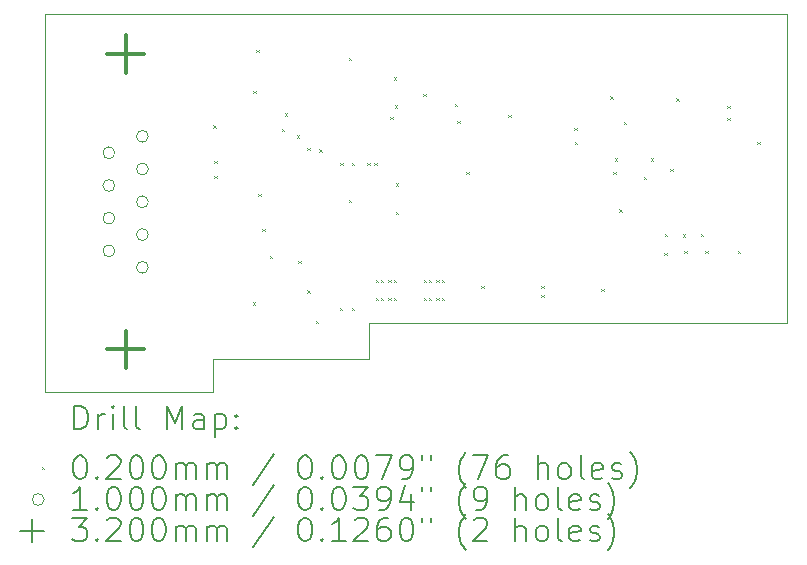
<source format=gbr>
%FSLAX45Y45*%
G04 Gerber Fmt 4.5, Leading zero omitted, Abs format (unit mm)*
G04 Created by KiCad (PCBNEW (6.0.4-0)) date 2022-03-21 10:13:04*
%MOMM*%
%LPD*%
G01*
G04 APERTURE LIST*
%TA.AperFunction,Profile*%
%ADD10C,0.100000*%
%TD*%
%ADD11C,0.200000*%
%ADD12C,0.020000*%
%ADD13C,0.100000*%
%ADD14C,0.320000*%
G04 APERTURE END LIST*
D10*
X3149600Y-7213600D02*
X4470400Y-7213600D01*
X4470400Y-7213600D02*
X4470400Y-6908800D01*
X3149600Y-7493000D02*
X1727200Y-7493000D01*
X1727200Y-7493000D02*
X1727200Y-4292600D01*
X1727200Y-4292600D02*
X8013700Y-4292600D01*
X4470400Y-6908800D02*
X8013700Y-6908800D01*
X8013700Y-4292600D02*
X8013700Y-6908800D01*
X3149600Y-7493000D02*
X3149600Y-7213600D01*
D11*
D12*
X3154840Y-5232560D02*
X3174840Y-5252560D01*
X3174840Y-5232560D02*
X3154840Y-5252560D01*
X3165000Y-5532280D02*
X3185000Y-5552280D01*
X3185000Y-5532280D02*
X3165000Y-5552280D01*
X3165000Y-5659280D02*
X3185000Y-5679280D01*
X3185000Y-5659280D02*
X3165000Y-5679280D01*
X3490120Y-6731160D02*
X3510120Y-6751160D01*
X3510120Y-6731160D02*
X3490120Y-6751160D01*
X3495200Y-4943000D02*
X3515200Y-4963000D01*
X3515200Y-4943000D02*
X3495200Y-4963000D01*
X3520600Y-4595020D02*
X3540600Y-4615020D01*
X3540600Y-4595020D02*
X3520600Y-4615020D01*
X3535840Y-5814220D02*
X3555840Y-5834220D01*
X3555840Y-5814220D02*
X3535840Y-5834220D01*
X3571400Y-6111400D02*
X3591400Y-6131400D01*
X3591400Y-6111400D02*
X3571400Y-6131400D01*
X3634900Y-6340000D02*
X3654900Y-6360000D01*
X3654900Y-6340000D02*
X3634900Y-6360000D01*
X3733960Y-5263040D02*
X3753960Y-5283040D01*
X3753960Y-5263040D02*
X3733960Y-5283040D01*
X3761900Y-5133500D02*
X3781900Y-5153500D01*
X3781900Y-5133500D02*
X3761900Y-5153500D01*
X3860960Y-5318920D02*
X3880960Y-5338920D01*
X3880960Y-5318920D02*
X3860960Y-5338920D01*
X3876200Y-6381500D02*
X3896200Y-6401500D01*
X3896200Y-6381500D02*
X3876200Y-6401500D01*
X3952400Y-5425600D02*
X3972400Y-5445600D01*
X3972400Y-5425600D02*
X3952400Y-5445600D01*
X3952400Y-6629560D02*
X3972400Y-6649560D01*
X3972400Y-6629560D02*
X3952400Y-6649560D01*
X4020980Y-6891180D02*
X4040980Y-6911180D01*
X4040980Y-6891180D02*
X4020980Y-6911180D01*
X4054000Y-5438300D02*
X4074000Y-5458300D01*
X4074000Y-5438300D02*
X4054000Y-5458300D01*
X4229260Y-6779420D02*
X4249260Y-6799420D01*
X4249260Y-6779420D02*
X4229260Y-6799420D01*
X4231800Y-5552600D02*
X4251800Y-5572600D01*
X4251800Y-5552600D02*
X4231800Y-5572600D01*
X4300380Y-4663600D02*
X4320380Y-4683600D01*
X4320380Y-4663600D02*
X4300380Y-4683600D01*
X4302920Y-5862480D02*
X4322920Y-5882480D01*
X4322920Y-5862480D02*
X4302920Y-5882480D01*
X4328320Y-5552600D02*
X4348320Y-5572600D01*
X4348320Y-5552600D02*
X4328320Y-5572600D01*
X4328320Y-6779420D02*
X4348320Y-6799420D01*
X4348320Y-6779420D02*
X4328320Y-6799420D01*
X4460400Y-5552600D02*
X4480400Y-5572600D01*
X4480400Y-5552600D02*
X4460400Y-5572600D01*
X4518050Y-5552600D02*
X4538050Y-5572600D01*
X4538050Y-5552600D02*
X4518050Y-5572600D01*
X4531520Y-6543200D02*
X4551520Y-6563200D01*
X4551520Y-6543200D02*
X4531520Y-6563200D01*
X4531520Y-6695600D02*
X4551520Y-6715600D01*
X4551520Y-6695600D02*
X4531520Y-6715600D01*
X4574700Y-6543200D02*
X4594700Y-6563200D01*
X4594700Y-6543200D02*
X4574700Y-6563200D01*
X4574700Y-6695600D02*
X4594700Y-6715600D01*
X4594700Y-6695600D02*
X4574700Y-6715600D01*
X4638200Y-6543200D02*
X4658200Y-6563200D01*
X4658200Y-6543200D02*
X4638200Y-6563200D01*
X4638200Y-6695600D02*
X4658200Y-6715600D01*
X4658200Y-6695600D02*
X4638200Y-6715600D01*
X4653440Y-5161440D02*
X4673440Y-5181440D01*
X4673440Y-5161440D02*
X4653440Y-5181440D01*
X4683920Y-4826160D02*
X4703920Y-4846160D01*
X4703920Y-4826160D02*
X4683920Y-4846160D01*
X4683920Y-6543200D02*
X4703920Y-6563200D01*
X4703920Y-6543200D02*
X4683920Y-6563200D01*
X4683920Y-6695600D02*
X4703920Y-6715600D01*
X4703920Y-6695600D02*
X4683920Y-6715600D01*
X4694080Y-5064920D02*
X4714080Y-5084920D01*
X4714080Y-5064920D02*
X4694080Y-5084920D01*
X4701700Y-5725320D02*
X4721700Y-5745320D01*
X4721700Y-5725320D02*
X4701700Y-5745320D01*
X4701700Y-5966620D02*
X4721700Y-5986620D01*
X4721700Y-5966620D02*
X4701700Y-5986620D01*
X4932840Y-4968400D02*
X4952840Y-4988400D01*
X4952840Y-4968400D02*
X4932840Y-4988400D01*
X4935380Y-6543200D02*
X4955380Y-6563200D01*
X4955380Y-6543200D02*
X4935380Y-6563200D01*
X4935380Y-6695600D02*
X4955380Y-6715600D01*
X4955380Y-6695600D02*
X4935380Y-6715600D01*
X4981100Y-6543200D02*
X5001100Y-6563200D01*
X5001100Y-6543200D02*
X4981100Y-6563200D01*
X4981100Y-6695600D02*
X5001100Y-6715600D01*
X5001100Y-6695600D02*
X4981100Y-6715600D01*
X5044600Y-6543200D02*
X5064600Y-6563200D01*
X5064600Y-6543200D02*
X5044600Y-6563200D01*
X5044600Y-6695600D02*
X5064600Y-6715600D01*
X5064600Y-6695600D02*
X5044600Y-6715600D01*
X5090320Y-6543200D02*
X5110320Y-6563200D01*
X5110320Y-6543200D02*
X5090320Y-6563200D01*
X5090320Y-6695600D02*
X5110320Y-6715600D01*
X5110320Y-6695600D02*
X5090320Y-6715600D01*
X5202080Y-5049680D02*
X5222080Y-5069680D01*
X5222080Y-5049680D02*
X5202080Y-5069680D01*
X5222400Y-5197000D02*
X5242400Y-5217000D01*
X5242400Y-5197000D02*
X5222400Y-5217000D01*
X5298600Y-5628800D02*
X5318600Y-5648800D01*
X5318600Y-5628800D02*
X5298600Y-5648800D01*
X5425600Y-6594000D02*
X5445600Y-6614000D01*
X5445600Y-6594000D02*
X5425600Y-6614000D01*
X5654200Y-5146200D02*
X5674200Y-5166200D01*
X5674200Y-5146200D02*
X5654200Y-5166200D01*
X5933600Y-6594000D02*
X5953600Y-6614000D01*
X5953600Y-6594000D02*
X5933600Y-6614000D01*
X5933600Y-6670200D02*
X5953600Y-6690200D01*
X5953600Y-6670200D02*
X5933600Y-6690200D01*
X6213000Y-5252880D02*
X6233000Y-5272880D01*
X6233000Y-5252880D02*
X6213000Y-5272880D01*
X6218080Y-5374800D02*
X6238080Y-5394800D01*
X6238080Y-5374800D02*
X6218080Y-5394800D01*
X6441600Y-6619400D02*
X6461600Y-6639400D01*
X6461600Y-6619400D02*
X6441600Y-6639400D01*
X6517800Y-4988720D02*
X6537800Y-5008720D01*
X6537800Y-4988720D02*
X6517800Y-5008720D01*
X6543200Y-5628800D02*
X6563200Y-5648800D01*
X6563200Y-5628800D02*
X6543200Y-5648800D01*
X6556160Y-5514760D02*
X6576160Y-5534760D01*
X6576160Y-5514760D02*
X6556160Y-5534760D01*
X6594000Y-5946300D02*
X6614000Y-5966300D01*
X6614000Y-5946300D02*
X6594000Y-5966300D01*
X6629560Y-5202080D02*
X6649560Y-5222080D01*
X6649560Y-5202080D02*
X6629560Y-5222080D01*
X6802280Y-5669440D02*
X6822280Y-5689440D01*
X6822280Y-5669440D02*
X6802280Y-5689440D01*
X6860960Y-5514760D02*
X6880960Y-5534760D01*
X6880960Y-5514760D02*
X6860960Y-5534760D01*
X6975000Y-6314600D02*
X6995000Y-6334600D01*
X6995000Y-6314600D02*
X6975000Y-6334600D01*
X6980080Y-6152040D02*
X7000080Y-6172040D01*
X7000080Y-6152040D02*
X6980080Y-6172040D01*
X7025800Y-5603400D02*
X7045800Y-5623400D01*
X7045800Y-5603400D02*
X7025800Y-5623400D01*
X7076600Y-5003960D02*
X7096600Y-5023960D01*
X7096600Y-5003960D02*
X7076600Y-5023960D01*
X7132450Y-6157150D02*
X7152450Y-6177150D01*
X7152450Y-6157150D02*
X7132450Y-6177150D01*
X7143450Y-6298550D02*
X7163450Y-6318550D01*
X7163450Y-6298550D02*
X7143450Y-6318550D01*
X7284880Y-6152040D02*
X7304880Y-6172040D01*
X7304880Y-6152040D02*
X7284880Y-6172040D01*
X7321250Y-6298550D02*
X7341250Y-6318550D01*
X7341250Y-6298550D02*
X7321250Y-6318550D01*
X7508400Y-5070000D02*
X7528400Y-5090000D01*
X7528400Y-5070000D02*
X7508400Y-5090000D01*
X7508400Y-5171600D02*
X7528400Y-5191600D01*
X7528400Y-5171600D02*
X7508400Y-5191600D01*
X7593950Y-6298550D02*
X7613950Y-6318550D01*
X7613950Y-6298550D02*
X7593950Y-6318550D01*
X7762400Y-5374800D02*
X7782400Y-5394800D01*
X7782400Y-5374800D02*
X7762400Y-5394800D01*
D13*
X2320893Y-5466140D02*
G75*
G03*
X2320893Y-5466140I-50000J0D01*
G01*
X2320893Y-5743140D02*
G75*
G03*
X2320893Y-5743140I-50000J0D01*
G01*
X2320893Y-6020140D02*
G75*
G03*
X2320893Y-6020140I-50000J0D01*
G01*
X2320893Y-6297140D02*
G75*
G03*
X2320893Y-6297140I-50000J0D01*
G01*
X2604893Y-5327640D02*
G75*
G03*
X2604893Y-5327640I-50000J0D01*
G01*
X2604893Y-5604640D02*
G75*
G03*
X2604893Y-5604640I-50000J0D01*
G01*
X2604893Y-5881640D02*
G75*
G03*
X2604893Y-5881640I-50000J0D01*
G01*
X2604893Y-6158640D02*
G75*
G03*
X2604893Y-6158640I-50000J0D01*
G01*
X2604893Y-6435640D02*
G75*
G03*
X2604893Y-6435640I-50000J0D01*
G01*
D14*
X2412893Y-4471640D02*
X2412893Y-4791640D01*
X2252893Y-4631640D02*
X2572893Y-4631640D01*
X2412893Y-6971640D02*
X2412893Y-7291640D01*
X2252893Y-7131640D02*
X2572893Y-7131640D01*
D11*
X1979819Y-7808476D02*
X1979819Y-7608476D01*
X2027438Y-7608476D01*
X2056009Y-7618000D01*
X2075057Y-7637048D01*
X2084581Y-7656095D01*
X2094105Y-7694190D01*
X2094105Y-7722762D01*
X2084581Y-7760857D01*
X2075057Y-7779905D01*
X2056009Y-7798952D01*
X2027438Y-7808476D01*
X1979819Y-7808476D01*
X2179819Y-7808476D02*
X2179819Y-7675143D01*
X2179819Y-7713238D02*
X2189343Y-7694190D01*
X2198867Y-7684667D01*
X2217914Y-7675143D01*
X2236962Y-7675143D01*
X2303629Y-7808476D02*
X2303629Y-7675143D01*
X2303629Y-7608476D02*
X2294105Y-7618000D01*
X2303629Y-7627524D01*
X2313152Y-7618000D01*
X2303629Y-7608476D01*
X2303629Y-7627524D01*
X2427438Y-7808476D02*
X2408390Y-7798952D01*
X2398867Y-7779905D01*
X2398867Y-7608476D01*
X2532200Y-7808476D02*
X2513152Y-7798952D01*
X2503629Y-7779905D01*
X2503629Y-7608476D01*
X2760771Y-7808476D02*
X2760771Y-7608476D01*
X2827438Y-7751333D01*
X2894105Y-7608476D01*
X2894105Y-7808476D01*
X3075057Y-7808476D02*
X3075057Y-7703714D01*
X3065533Y-7684667D01*
X3046486Y-7675143D01*
X3008390Y-7675143D01*
X2989343Y-7684667D01*
X3075057Y-7798952D02*
X3056009Y-7808476D01*
X3008390Y-7808476D01*
X2989343Y-7798952D01*
X2979819Y-7779905D01*
X2979819Y-7760857D01*
X2989343Y-7741809D01*
X3008390Y-7732286D01*
X3056009Y-7732286D01*
X3075057Y-7722762D01*
X3170295Y-7675143D02*
X3170295Y-7875143D01*
X3170295Y-7684667D02*
X3189343Y-7675143D01*
X3227438Y-7675143D01*
X3246486Y-7684667D01*
X3256009Y-7694190D01*
X3265533Y-7713238D01*
X3265533Y-7770381D01*
X3256009Y-7789428D01*
X3246486Y-7798952D01*
X3227438Y-7808476D01*
X3189343Y-7808476D01*
X3170295Y-7798952D01*
X3351248Y-7789428D02*
X3360771Y-7798952D01*
X3351248Y-7808476D01*
X3341724Y-7798952D01*
X3351248Y-7789428D01*
X3351248Y-7808476D01*
X3351248Y-7684667D02*
X3360771Y-7694190D01*
X3351248Y-7703714D01*
X3341724Y-7694190D01*
X3351248Y-7684667D01*
X3351248Y-7703714D01*
D12*
X1702200Y-8128000D02*
X1722200Y-8148000D01*
X1722200Y-8128000D02*
X1702200Y-8148000D01*
D11*
X2017914Y-8028476D02*
X2036962Y-8028476D01*
X2056009Y-8038000D01*
X2065533Y-8047524D01*
X2075057Y-8066571D01*
X2084581Y-8104667D01*
X2084581Y-8152286D01*
X2075057Y-8190381D01*
X2065533Y-8209428D01*
X2056009Y-8218952D01*
X2036962Y-8228476D01*
X2017914Y-8228476D01*
X1998867Y-8218952D01*
X1989343Y-8209428D01*
X1979819Y-8190381D01*
X1970295Y-8152286D01*
X1970295Y-8104667D01*
X1979819Y-8066571D01*
X1989343Y-8047524D01*
X1998867Y-8038000D01*
X2017914Y-8028476D01*
X2170295Y-8209428D02*
X2179819Y-8218952D01*
X2170295Y-8228476D01*
X2160771Y-8218952D01*
X2170295Y-8209428D01*
X2170295Y-8228476D01*
X2256010Y-8047524D02*
X2265533Y-8038000D01*
X2284581Y-8028476D01*
X2332200Y-8028476D01*
X2351248Y-8038000D01*
X2360771Y-8047524D01*
X2370295Y-8066571D01*
X2370295Y-8085619D01*
X2360771Y-8114190D01*
X2246486Y-8228476D01*
X2370295Y-8228476D01*
X2494105Y-8028476D02*
X2513152Y-8028476D01*
X2532200Y-8038000D01*
X2541724Y-8047524D01*
X2551248Y-8066571D01*
X2560771Y-8104667D01*
X2560771Y-8152286D01*
X2551248Y-8190381D01*
X2541724Y-8209428D01*
X2532200Y-8218952D01*
X2513152Y-8228476D01*
X2494105Y-8228476D01*
X2475057Y-8218952D01*
X2465533Y-8209428D01*
X2456010Y-8190381D01*
X2446486Y-8152286D01*
X2446486Y-8104667D01*
X2456010Y-8066571D01*
X2465533Y-8047524D01*
X2475057Y-8038000D01*
X2494105Y-8028476D01*
X2684581Y-8028476D02*
X2703629Y-8028476D01*
X2722676Y-8038000D01*
X2732200Y-8047524D01*
X2741724Y-8066571D01*
X2751248Y-8104667D01*
X2751248Y-8152286D01*
X2741724Y-8190381D01*
X2732200Y-8209428D01*
X2722676Y-8218952D01*
X2703629Y-8228476D01*
X2684581Y-8228476D01*
X2665533Y-8218952D01*
X2656010Y-8209428D01*
X2646486Y-8190381D01*
X2636962Y-8152286D01*
X2636962Y-8104667D01*
X2646486Y-8066571D01*
X2656010Y-8047524D01*
X2665533Y-8038000D01*
X2684581Y-8028476D01*
X2836962Y-8228476D02*
X2836962Y-8095143D01*
X2836962Y-8114190D02*
X2846486Y-8104667D01*
X2865533Y-8095143D01*
X2894105Y-8095143D01*
X2913152Y-8104667D01*
X2922676Y-8123714D01*
X2922676Y-8228476D01*
X2922676Y-8123714D02*
X2932200Y-8104667D01*
X2951248Y-8095143D01*
X2979819Y-8095143D01*
X2998867Y-8104667D01*
X3008390Y-8123714D01*
X3008390Y-8228476D01*
X3103628Y-8228476D02*
X3103628Y-8095143D01*
X3103628Y-8114190D02*
X3113152Y-8104667D01*
X3132200Y-8095143D01*
X3160771Y-8095143D01*
X3179819Y-8104667D01*
X3189343Y-8123714D01*
X3189343Y-8228476D01*
X3189343Y-8123714D02*
X3198867Y-8104667D01*
X3217914Y-8095143D01*
X3246486Y-8095143D01*
X3265533Y-8104667D01*
X3275057Y-8123714D01*
X3275057Y-8228476D01*
X3665533Y-8018952D02*
X3494105Y-8276095D01*
X3922676Y-8028476D02*
X3941724Y-8028476D01*
X3960771Y-8038000D01*
X3970295Y-8047524D01*
X3979819Y-8066571D01*
X3989343Y-8104667D01*
X3989343Y-8152286D01*
X3979819Y-8190381D01*
X3970295Y-8209428D01*
X3960771Y-8218952D01*
X3941724Y-8228476D01*
X3922676Y-8228476D01*
X3903628Y-8218952D01*
X3894105Y-8209428D01*
X3884581Y-8190381D01*
X3875057Y-8152286D01*
X3875057Y-8104667D01*
X3884581Y-8066571D01*
X3894105Y-8047524D01*
X3903628Y-8038000D01*
X3922676Y-8028476D01*
X4075057Y-8209428D02*
X4084581Y-8218952D01*
X4075057Y-8228476D01*
X4065533Y-8218952D01*
X4075057Y-8209428D01*
X4075057Y-8228476D01*
X4208390Y-8028476D02*
X4227438Y-8028476D01*
X4246486Y-8038000D01*
X4256010Y-8047524D01*
X4265533Y-8066571D01*
X4275057Y-8104667D01*
X4275057Y-8152286D01*
X4265533Y-8190381D01*
X4256010Y-8209428D01*
X4246486Y-8218952D01*
X4227438Y-8228476D01*
X4208390Y-8228476D01*
X4189343Y-8218952D01*
X4179819Y-8209428D01*
X4170295Y-8190381D01*
X4160771Y-8152286D01*
X4160771Y-8104667D01*
X4170295Y-8066571D01*
X4179819Y-8047524D01*
X4189343Y-8038000D01*
X4208390Y-8028476D01*
X4398867Y-8028476D02*
X4417914Y-8028476D01*
X4436962Y-8038000D01*
X4446486Y-8047524D01*
X4456010Y-8066571D01*
X4465533Y-8104667D01*
X4465533Y-8152286D01*
X4456010Y-8190381D01*
X4446486Y-8209428D01*
X4436962Y-8218952D01*
X4417914Y-8228476D01*
X4398867Y-8228476D01*
X4379819Y-8218952D01*
X4370295Y-8209428D01*
X4360771Y-8190381D01*
X4351248Y-8152286D01*
X4351248Y-8104667D01*
X4360771Y-8066571D01*
X4370295Y-8047524D01*
X4379819Y-8038000D01*
X4398867Y-8028476D01*
X4532200Y-8028476D02*
X4665533Y-8028476D01*
X4579819Y-8228476D01*
X4751248Y-8228476D02*
X4789343Y-8228476D01*
X4808390Y-8218952D01*
X4817914Y-8209428D01*
X4836962Y-8180857D01*
X4846486Y-8142762D01*
X4846486Y-8066571D01*
X4836962Y-8047524D01*
X4827438Y-8038000D01*
X4808390Y-8028476D01*
X4770295Y-8028476D01*
X4751248Y-8038000D01*
X4741724Y-8047524D01*
X4732200Y-8066571D01*
X4732200Y-8114190D01*
X4741724Y-8133238D01*
X4751248Y-8142762D01*
X4770295Y-8152286D01*
X4808390Y-8152286D01*
X4827438Y-8142762D01*
X4836962Y-8133238D01*
X4846486Y-8114190D01*
X4922676Y-8028476D02*
X4922676Y-8066571D01*
X4998867Y-8028476D02*
X4998867Y-8066571D01*
X5294105Y-8304667D02*
X5284581Y-8295143D01*
X5265533Y-8266571D01*
X5256010Y-8247524D01*
X5246486Y-8218952D01*
X5236962Y-8171333D01*
X5236962Y-8133238D01*
X5246486Y-8085619D01*
X5256010Y-8057048D01*
X5265533Y-8038000D01*
X5284581Y-8009428D01*
X5294105Y-7999905D01*
X5351248Y-8028476D02*
X5484581Y-8028476D01*
X5398867Y-8228476D01*
X5646486Y-8028476D02*
X5608390Y-8028476D01*
X5589343Y-8038000D01*
X5579819Y-8047524D01*
X5560771Y-8076095D01*
X5551248Y-8114190D01*
X5551248Y-8190381D01*
X5560771Y-8209428D01*
X5570295Y-8218952D01*
X5589343Y-8228476D01*
X5627438Y-8228476D01*
X5646486Y-8218952D01*
X5656009Y-8209428D01*
X5665533Y-8190381D01*
X5665533Y-8142762D01*
X5656009Y-8123714D01*
X5646486Y-8114190D01*
X5627438Y-8104667D01*
X5589343Y-8104667D01*
X5570295Y-8114190D01*
X5560771Y-8123714D01*
X5551248Y-8142762D01*
X5903628Y-8228476D02*
X5903628Y-8028476D01*
X5989343Y-8228476D02*
X5989343Y-8123714D01*
X5979819Y-8104667D01*
X5960771Y-8095143D01*
X5932200Y-8095143D01*
X5913152Y-8104667D01*
X5903628Y-8114190D01*
X6113152Y-8228476D02*
X6094105Y-8218952D01*
X6084581Y-8209428D01*
X6075057Y-8190381D01*
X6075057Y-8133238D01*
X6084581Y-8114190D01*
X6094105Y-8104667D01*
X6113152Y-8095143D01*
X6141724Y-8095143D01*
X6160771Y-8104667D01*
X6170295Y-8114190D01*
X6179819Y-8133238D01*
X6179819Y-8190381D01*
X6170295Y-8209428D01*
X6160771Y-8218952D01*
X6141724Y-8228476D01*
X6113152Y-8228476D01*
X6294105Y-8228476D02*
X6275057Y-8218952D01*
X6265533Y-8199905D01*
X6265533Y-8028476D01*
X6446486Y-8218952D02*
X6427438Y-8228476D01*
X6389343Y-8228476D01*
X6370295Y-8218952D01*
X6360771Y-8199905D01*
X6360771Y-8123714D01*
X6370295Y-8104667D01*
X6389343Y-8095143D01*
X6427438Y-8095143D01*
X6446486Y-8104667D01*
X6456009Y-8123714D01*
X6456009Y-8142762D01*
X6360771Y-8161809D01*
X6532200Y-8218952D02*
X6551248Y-8228476D01*
X6589343Y-8228476D01*
X6608390Y-8218952D01*
X6617914Y-8199905D01*
X6617914Y-8190381D01*
X6608390Y-8171333D01*
X6589343Y-8161809D01*
X6560771Y-8161809D01*
X6541724Y-8152286D01*
X6532200Y-8133238D01*
X6532200Y-8123714D01*
X6541724Y-8104667D01*
X6560771Y-8095143D01*
X6589343Y-8095143D01*
X6608390Y-8104667D01*
X6684581Y-8304667D02*
X6694105Y-8295143D01*
X6713152Y-8266571D01*
X6722676Y-8247524D01*
X6732200Y-8218952D01*
X6741724Y-8171333D01*
X6741724Y-8133238D01*
X6732200Y-8085619D01*
X6722676Y-8057048D01*
X6713152Y-8038000D01*
X6694105Y-8009428D01*
X6684581Y-7999905D01*
D13*
X1722200Y-8402000D02*
G75*
G03*
X1722200Y-8402000I-50000J0D01*
G01*
D11*
X2084581Y-8492476D02*
X1970295Y-8492476D01*
X2027438Y-8492476D02*
X2027438Y-8292476D01*
X2008390Y-8321048D01*
X1989343Y-8340095D01*
X1970295Y-8349619D01*
X2170295Y-8473429D02*
X2179819Y-8482952D01*
X2170295Y-8492476D01*
X2160771Y-8482952D01*
X2170295Y-8473429D01*
X2170295Y-8492476D01*
X2303629Y-8292476D02*
X2322676Y-8292476D01*
X2341724Y-8302000D01*
X2351248Y-8311524D01*
X2360771Y-8330571D01*
X2370295Y-8368667D01*
X2370295Y-8416286D01*
X2360771Y-8454381D01*
X2351248Y-8473429D01*
X2341724Y-8482952D01*
X2322676Y-8492476D01*
X2303629Y-8492476D01*
X2284581Y-8482952D01*
X2275057Y-8473429D01*
X2265533Y-8454381D01*
X2256010Y-8416286D01*
X2256010Y-8368667D01*
X2265533Y-8330571D01*
X2275057Y-8311524D01*
X2284581Y-8302000D01*
X2303629Y-8292476D01*
X2494105Y-8292476D02*
X2513152Y-8292476D01*
X2532200Y-8302000D01*
X2541724Y-8311524D01*
X2551248Y-8330571D01*
X2560771Y-8368667D01*
X2560771Y-8416286D01*
X2551248Y-8454381D01*
X2541724Y-8473429D01*
X2532200Y-8482952D01*
X2513152Y-8492476D01*
X2494105Y-8492476D01*
X2475057Y-8482952D01*
X2465533Y-8473429D01*
X2456010Y-8454381D01*
X2446486Y-8416286D01*
X2446486Y-8368667D01*
X2456010Y-8330571D01*
X2465533Y-8311524D01*
X2475057Y-8302000D01*
X2494105Y-8292476D01*
X2684581Y-8292476D02*
X2703629Y-8292476D01*
X2722676Y-8302000D01*
X2732200Y-8311524D01*
X2741724Y-8330571D01*
X2751248Y-8368667D01*
X2751248Y-8416286D01*
X2741724Y-8454381D01*
X2732200Y-8473429D01*
X2722676Y-8482952D01*
X2703629Y-8492476D01*
X2684581Y-8492476D01*
X2665533Y-8482952D01*
X2656010Y-8473429D01*
X2646486Y-8454381D01*
X2636962Y-8416286D01*
X2636962Y-8368667D01*
X2646486Y-8330571D01*
X2656010Y-8311524D01*
X2665533Y-8302000D01*
X2684581Y-8292476D01*
X2836962Y-8492476D02*
X2836962Y-8359143D01*
X2836962Y-8378190D02*
X2846486Y-8368667D01*
X2865533Y-8359143D01*
X2894105Y-8359143D01*
X2913152Y-8368667D01*
X2922676Y-8387714D01*
X2922676Y-8492476D01*
X2922676Y-8387714D02*
X2932200Y-8368667D01*
X2951248Y-8359143D01*
X2979819Y-8359143D01*
X2998867Y-8368667D01*
X3008390Y-8387714D01*
X3008390Y-8492476D01*
X3103628Y-8492476D02*
X3103628Y-8359143D01*
X3103628Y-8378190D02*
X3113152Y-8368667D01*
X3132200Y-8359143D01*
X3160771Y-8359143D01*
X3179819Y-8368667D01*
X3189343Y-8387714D01*
X3189343Y-8492476D01*
X3189343Y-8387714D02*
X3198867Y-8368667D01*
X3217914Y-8359143D01*
X3246486Y-8359143D01*
X3265533Y-8368667D01*
X3275057Y-8387714D01*
X3275057Y-8492476D01*
X3665533Y-8282952D02*
X3494105Y-8540095D01*
X3922676Y-8292476D02*
X3941724Y-8292476D01*
X3960771Y-8302000D01*
X3970295Y-8311524D01*
X3979819Y-8330571D01*
X3989343Y-8368667D01*
X3989343Y-8416286D01*
X3979819Y-8454381D01*
X3970295Y-8473429D01*
X3960771Y-8482952D01*
X3941724Y-8492476D01*
X3922676Y-8492476D01*
X3903628Y-8482952D01*
X3894105Y-8473429D01*
X3884581Y-8454381D01*
X3875057Y-8416286D01*
X3875057Y-8368667D01*
X3884581Y-8330571D01*
X3894105Y-8311524D01*
X3903628Y-8302000D01*
X3922676Y-8292476D01*
X4075057Y-8473429D02*
X4084581Y-8482952D01*
X4075057Y-8492476D01*
X4065533Y-8482952D01*
X4075057Y-8473429D01*
X4075057Y-8492476D01*
X4208390Y-8292476D02*
X4227438Y-8292476D01*
X4246486Y-8302000D01*
X4256010Y-8311524D01*
X4265533Y-8330571D01*
X4275057Y-8368667D01*
X4275057Y-8416286D01*
X4265533Y-8454381D01*
X4256010Y-8473429D01*
X4246486Y-8482952D01*
X4227438Y-8492476D01*
X4208390Y-8492476D01*
X4189343Y-8482952D01*
X4179819Y-8473429D01*
X4170295Y-8454381D01*
X4160771Y-8416286D01*
X4160771Y-8368667D01*
X4170295Y-8330571D01*
X4179819Y-8311524D01*
X4189343Y-8302000D01*
X4208390Y-8292476D01*
X4341724Y-8292476D02*
X4465533Y-8292476D01*
X4398867Y-8368667D01*
X4427438Y-8368667D01*
X4446486Y-8378190D01*
X4456010Y-8387714D01*
X4465533Y-8406762D01*
X4465533Y-8454381D01*
X4456010Y-8473429D01*
X4446486Y-8482952D01*
X4427438Y-8492476D01*
X4370295Y-8492476D01*
X4351248Y-8482952D01*
X4341724Y-8473429D01*
X4560771Y-8492476D02*
X4598867Y-8492476D01*
X4617914Y-8482952D01*
X4627438Y-8473429D01*
X4646486Y-8444857D01*
X4656010Y-8406762D01*
X4656010Y-8330571D01*
X4646486Y-8311524D01*
X4636962Y-8302000D01*
X4617914Y-8292476D01*
X4579819Y-8292476D01*
X4560771Y-8302000D01*
X4551248Y-8311524D01*
X4541724Y-8330571D01*
X4541724Y-8378190D01*
X4551248Y-8397238D01*
X4560771Y-8406762D01*
X4579819Y-8416286D01*
X4617914Y-8416286D01*
X4636962Y-8406762D01*
X4646486Y-8397238D01*
X4656010Y-8378190D01*
X4827438Y-8359143D02*
X4827438Y-8492476D01*
X4779819Y-8282952D02*
X4732200Y-8425810D01*
X4856010Y-8425810D01*
X4922676Y-8292476D02*
X4922676Y-8330571D01*
X4998867Y-8292476D02*
X4998867Y-8330571D01*
X5294105Y-8568667D02*
X5284581Y-8559143D01*
X5265533Y-8530571D01*
X5256010Y-8511524D01*
X5246486Y-8482952D01*
X5236962Y-8435333D01*
X5236962Y-8397238D01*
X5246486Y-8349619D01*
X5256010Y-8321048D01*
X5265533Y-8302000D01*
X5284581Y-8273428D01*
X5294105Y-8263905D01*
X5379819Y-8492476D02*
X5417914Y-8492476D01*
X5436962Y-8482952D01*
X5446486Y-8473429D01*
X5465533Y-8444857D01*
X5475057Y-8406762D01*
X5475057Y-8330571D01*
X5465533Y-8311524D01*
X5456010Y-8302000D01*
X5436962Y-8292476D01*
X5398867Y-8292476D01*
X5379819Y-8302000D01*
X5370295Y-8311524D01*
X5360771Y-8330571D01*
X5360771Y-8378190D01*
X5370295Y-8397238D01*
X5379819Y-8406762D01*
X5398867Y-8416286D01*
X5436962Y-8416286D01*
X5456010Y-8406762D01*
X5465533Y-8397238D01*
X5475057Y-8378190D01*
X5713152Y-8492476D02*
X5713152Y-8292476D01*
X5798867Y-8492476D02*
X5798867Y-8387714D01*
X5789343Y-8368667D01*
X5770295Y-8359143D01*
X5741724Y-8359143D01*
X5722676Y-8368667D01*
X5713152Y-8378190D01*
X5922676Y-8492476D02*
X5903628Y-8482952D01*
X5894105Y-8473429D01*
X5884581Y-8454381D01*
X5884581Y-8397238D01*
X5894105Y-8378190D01*
X5903628Y-8368667D01*
X5922676Y-8359143D01*
X5951248Y-8359143D01*
X5970295Y-8368667D01*
X5979819Y-8378190D01*
X5989343Y-8397238D01*
X5989343Y-8454381D01*
X5979819Y-8473429D01*
X5970295Y-8482952D01*
X5951248Y-8492476D01*
X5922676Y-8492476D01*
X6103628Y-8492476D02*
X6084581Y-8482952D01*
X6075057Y-8463905D01*
X6075057Y-8292476D01*
X6256009Y-8482952D02*
X6236962Y-8492476D01*
X6198867Y-8492476D01*
X6179819Y-8482952D01*
X6170295Y-8463905D01*
X6170295Y-8387714D01*
X6179819Y-8368667D01*
X6198867Y-8359143D01*
X6236962Y-8359143D01*
X6256009Y-8368667D01*
X6265533Y-8387714D01*
X6265533Y-8406762D01*
X6170295Y-8425810D01*
X6341724Y-8482952D02*
X6360771Y-8492476D01*
X6398867Y-8492476D01*
X6417914Y-8482952D01*
X6427438Y-8463905D01*
X6427438Y-8454381D01*
X6417914Y-8435333D01*
X6398867Y-8425810D01*
X6370295Y-8425810D01*
X6351248Y-8416286D01*
X6341724Y-8397238D01*
X6341724Y-8387714D01*
X6351248Y-8368667D01*
X6370295Y-8359143D01*
X6398867Y-8359143D01*
X6417914Y-8368667D01*
X6494105Y-8568667D02*
X6503628Y-8559143D01*
X6522676Y-8530571D01*
X6532200Y-8511524D01*
X6541724Y-8482952D01*
X6551248Y-8435333D01*
X6551248Y-8397238D01*
X6541724Y-8349619D01*
X6532200Y-8321048D01*
X6522676Y-8302000D01*
X6503628Y-8273428D01*
X6494105Y-8263905D01*
X1622200Y-8566000D02*
X1622200Y-8766000D01*
X1522200Y-8666000D02*
X1722200Y-8666000D01*
X1960771Y-8556476D02*
X2084581Y-8556476D01*
X2017914Y-8632667D01*
X2046486Y-8632667D01*
X2065533Y-8642190D01*
X2075057Y-8651714D01*
X2084581Y-8670762D01*
X2084581Y-8718381D01*
X2075057Y-8737429D01*
X2065533Y-8746952D01*
X2046486Y-8756476D01*
X1989343Y-8756476D01*
X1970295Y-8746952D01*
X1960771Y-8737429D01*
X2170295Y-8737429D02*
X2179819Y-8746952D01*
X2170295Y-8756476D01*
X2160771Y-8746952D01*
X2170295Y-8737429D01*
X2170295Y-8756476D01*
X2256010Y-8575524D02*
X2265533Y-8566000D01*
X2284581Y-8556476D01*
X2332200Y-8556476D01*
X2351248Y-8566000D01*
X2360771Y-8575524D01*
X2370295Y-8594571D01*
X2370295Y-8613619D01*
X2360771Y-8642190D01*
X2246486Y-8756476D01*
X2370295Y-8756476D01*
X2494105Y-8556476D02*
X2513152Y-8556476D01*
X2532200Y-8566000D01*
X2541724Y-8575524D01*
X2551248Y-8594571D01*
X2560771Y-8632667D01*
X2560771Y-8680286D01*
X2551248Y-8718381D01*
X2541724Y-8737429D01*
X2532200Y-8746952D01*
X2513152Y-8756476D01*
X2494105Y-8756476D01*
X2475057Y-8746952D01*
X2465533Y-8737429D01*
X2456010Y-8718381D01*
X2446486Y-8680286D01*
X2446486Y-8632667D01*
X2456010Y-8594571D01*
X2465533Y-8575524D01*
X2475057Y-8566000D01*
X2494105Y-8556476D01*
X2684581Y-8556476D02*
X2703629Y-8556476D01*
X2722676Y-8566000D01*
X2732200Y-8575524D01*
X2741724Y-8594571D01*
X2751248Y-8632667D01*
X2751248Y-8680286D01*
X2741724Y-8718381D01*
X2732200Y-8737429D01*
X2722676Y-8746952D01*
X2703629Y-8756476D01*
X2684581Y-8756476D01*
X2665533Y-8746952D01*
X2656010Y-8737429D01*
X2646486Y-8718381D01*
X2636962Y-8680286D01*
X2636962Y-8632667D01*
X2646486Y-8594571D01*
X2656010Y-8575524D01*
X2665533Y-8566000D01*
X2684581Y-8556476D01*
X2836962Y-8756476D02*
X2836962Y-8623143D01*
X2836962Y-8642190D02*
X2846486Y-8632667D01*
X2865533Y-8623143D01*
X2894105Y-8623143D01*
X2913152Y-8632667D01*
X2922676Y-8651714D01*
X2922676Y-8756476D01*
X2922676Y-8651714D02*
X2932200Y-8632667D01*
X2951248Y-8623143D01*
X2979819Y-8623143D01*
X2998867Y-8632667D01*
X3008390Y-8651714D01*
X3008390Y-8756476D01*
X3103628Y-8756476D02*
X3103628Y-8623143D01*
X3103628Y-8642190D02*
X3113152Y-8632667D01*
X3132200Y-8623143D01*
X3160771Y-8623143D01*
X3179819Y-8632667D01*
X3189343Y-8651714D01*
X3189343Y-8756476D01*
X3189343Y-8651714D02*
X3198867Y-8632667D01*
X3217914Y-8623143D01*
X3246486Y-8623143D01*
X3265533Y-8632667D01*
X3275057Y-8651714D01*
X3275057Y-8756476D01*
X3665533Y-8546952D02*
X3494105Y-8804095D01*
X3922676Y-8556476D02*
X3941724Y-8556476D01*
X3960771Y-8566000D01*
X3970295Y-8575524D01*
X3979819Y-8594571D01*
X3989343Y-8632667D01*
X3989343Y-8680286D01*
X3979819Y-8718381D01*
X3970295Y-8737429D01*
X3960771Y-8746952D01*
X3941724Y-8756476D01*
X3922676Y-8756476D01*
X3903628Y-8746952D01*
X3894105Y-8737429D01*
X3884581Y-8718381D01*
X3875057Y-8680286D01*
X3875057Y-8632667D01*
X3884581Y-8594571D01*
X3894105Y-8575524D01*
X3903628Y-8566000D01*
X3922676Y-8556476D01*
X4075057Y-8737429D02*
X4084581Y-8746952D01*
X4075057Y-8756476D01*
X4065533Y-8746952D01*
X4075057Y-8737429D01*
X4075057Y-8756476D01*
X4275057Y-8756476D02*
X4160771Y-8756476D01*
X4217914Y-8756476D02*
X4217914Y-8556476D01*
X4198867Y-8585048D01*
X4179819Y-8604095D01*
X4160771Y-8613619D01*
X4351248Y-8575524D02*
X4360771Y-8566000D01*
X4379819Y-8556476D01*
X4427438Y-8556476D01*
X4446486Y-8566000D01*
X4456010Y-8575524D01*
X4465533Y-8594571D01*
X4465533Y-8613619D01*
X4456010Y-8642190D01*
X4341724Y-8756476D01*
X4465533Y-8756476D01*
X4636962Y-8556476D02*
X4598867Y-8556476D01*
X4579819Y-8566000D01*
X4570295Y-8575524D01*
X4551248Y-8604095D01*
X4541724Y-8642190D01*
X4541724Y-8718381D01*
X4551248Y-8737429D01*
X4560771Y-8746952D01*
X4579819Y-8756476D01*
X4617914Y-8756476D01*
X4636962Y-8746952D01*
X4646486Y-8737429D01*
X4656010Y-8718381D01*
X4656010Y-8670762D01*
X4646486Y-8651714D01*
X4636962Y-8642190D01*
X4617914Y-8632667D01*
X4579819Y-8632667D01*
X4560771Y-8642190D01*
X4551248Y-8651714D01*
X4541724Y-8670762D01*
X4779819Y-8556476D02*
X4798867Y-8556476D01*
X4817914Y-8566000D01*
X4827438Y-8575524D01*
X4836962Y-8594571D01*
X4846486Y-8632667D01*
X4846486Y-8680286D01*
X4836962Y-8718381D01*
X4827438Y-8737429D01*
X4817914Y-8746952D01*
X4798867Y-8756476D01*
X4779819Y-8756476D01*
X4760771Y-8746952D01*
X4751248Y-8737429D01*
X4741724Y-8718381D01*
X4732200Y-8680286D01*
X4732200Y-8632667D01*
X4741724Y-8594571D01*
X4751248Y-8575524D01*
X4760771Y-8566000D01*
X4779819Y-8556476D01*
X4922676Y-8556476D02*
X4922676Y-8594571D01*
X4998867Y-8556476D02*
X4998867Y-8594571D01*
X5294105Y-8832667D02*
X5284581Y-8823143D01*
X5265533Y-8794571D01*
X5256010Y-8775524D01*
X5246486Y-8746952D01*
X5236962Y-8699333D01*
X5236962Y-8661238D01*
X5246486Y-8613619D01*
X5256010Y-8585048D01*
X5265533Y-8566000D01*
X5284581Y-8537429D01*
X5294105Y-8527905D01*
X5360771Y-8575524D02*
X5370295Y-8566000D01*
X5389343Y-8556476D01*
X5436962Y-8556476D01*
X5456010Y-8566000D01*
X5465533Y-8575524D01*
X5475057Y-8594571D01*
X5475057Y-8613619D01*
X5465533Y-8642190D01*
X5351248Y-8756476D01*
X5475057Y-8756476D01*
X5713152Y-8756476D02*
X5713152Y-8556476D01*
X5798867Y-8756476D02*
X5798867Y-8651714D01*
X5789343Y-8632667D01*
X5770295Y-8623143D01*
X5741724Y-8623143D01*
X5722676Y-8632667D01*
X5713152Y-8642190D01*
X5922676Y-8756476D02*
X5903628Y-8746952D01*
X5894105Y-8737429D01*
X5884581Y-8718381D01*
X5884581Y-8661238D01*
X5894105Y-8642190D01*
X5903628Y-8632667D01*
X5922676Y-8623143D01*
X5951248Y-8623143D01*
X5970295Y-8632667D01*
X5979819Y-8642190D01*
X5989343Y-8661238D01*
X5989343Y-8718381D01*
X5979819Y-8737429D01*
X5970295Y-8746952D01*
X5951248Y-8756476D01*
X5922676Y-8756476D01*
X6103628Y-8756476D02*
X6084581Y-8746952D01*
X6075057Y-8727905D01*
X6075057Y-8556476D01*
X6256009Y-8746952D02*
X6236962Y-8756476D01*
X6198867Y-8756476D01*
X6179819Y-8746952D01*
X6170295Y-8727905D01*
X6170295Y-8651714D01*
X6179819Y-8632667D01*
X6198867Y-8623143D01*
X6236962Y-8623143D01*
X6256009Y-8632667D01*
X6265533Y-8651714D01*
X6265533Y-8670762D01*
X6170295Y-8689810D01*
X6341724Y-8746952D02*
X6360771Y-8756476D01*
X6398867Y-8756476D01*
X6417914Y-8746952D01*
X6427438Y-8727905D01*
X6427438Y-8718381D01*
X6417914Y-8699333D01*
X6398867Y-8689810D01*
X6370295Y-8689810D01*
X6351248Y-8680286D01*
X6341724Y-8661238D01*
X6341724Y-8651714D01*
X6351248Y-8632667D01*
X6370295Y-8623143D01*
X6398867Y-8623143D01*
X6417914Y-8632667D01*
X6494105Y-8832667D02*
X6503628Y-8823143D01*
X6522676Y-8794571D01*
X6532200Y-8775524D01*
X6541724Y-8746952D01*
X6551248Y-8699333D01*
X6551248Y-8661238D01*
X6541724Y-8613619D01*
X6532200Y-8585048D01*
X6522676Y-8566000D01*
X6503628Y-8537429D01*
X6494105Y-8527905D01*
M02*

</source>
